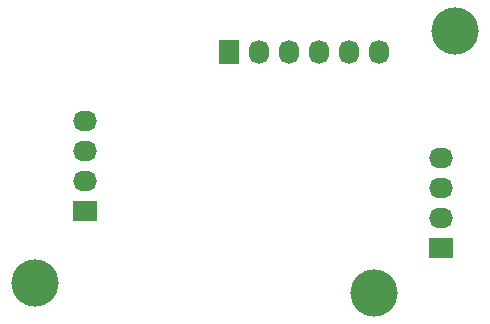
<source format=gbr>
G04 #@! TF.FileFunction,Soldermask,Bot*
%FSLAX46Y46*%
G04 Gerber Fmt 4.6, Leading zero omitted, Abs format (unit mm)*
G04 Created by KiCad (PCBNEW (2015-07-31 BZR 6030)-product) date Sat Sep 12 09:44:37 2015*
%MOMM*%
G01*
G04 APERTURE LIST*
%ADD10C,0.100000*%
%ADD11C,4.000000*%
%ADD12R,1.727200X2.032000*%
%ADD13O,1.727200X2.032000*%
%ADD14R,2.032000X1.727200*%
%ADD15O,2.032000X1.727200*%
G04 APERTURE END LIST*
D10*
D11*
X209350400Y-46150400D03*
X173790400Y-67486400D03*
D12*
X190198800Y-47928400D03*
D13*
X192738800Y-47928400D03*
X195278800Y-47928400D03*
X197818800Y-47928400D03*
X200358800Y-47928400D03*
X202898800Y-47928400D03*
D14*
X208131200Y-64489200D03*
D15*
X208131200Y-61949200D03*
X208131200Y-59409200D03*
X208131200Y-56869200D03*
D14*
X178006800Y-61390400D03*
D15*
X178006800Y-58850400D03*
X178006800Y-56310400D03*
X178006800Y-53770400D03*
D11*
X202441600Y-68299200D03*
X209350400Y-46150400D03*
X173790400Y-67486400D03*
D12*
X190198800Y-47928400D03*
D13*
X192738800Y-47928400D03*
X195278800Y-47928400D03*
X197818800Y-47928400D03*
X200358800Y-47928400D03*
X202898800Y-47928400D03*
D14*
X208131200Y-64489200D03*
D15*
X208131200Y-61949200D03*
X208131200Y-59409200D03*
X208131200Y-56869200D03*
D14*
X178006800Y-61390400D03*
D15*
X178006800Y-58850400D03*
X178006800Y-56310400D03*
X178006800Y-53770400D03*
D11*
X202441600Y-68299200D03*
M02*

</source>
